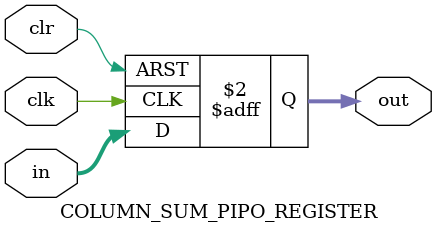
<source format=v>

`timescale 1ns/1ps

module COLUMN_SUM_PIPO_REGISTER(clk, clr, out, in);
	input clk, clr;
	input[31:0] in;
	output reg[31:0] out;

	always @(posedge clk or posedge clr) begin
		if (clr)
			out <= 32'b0;
		else
			out <= in;
	end
endmodule

</source>
